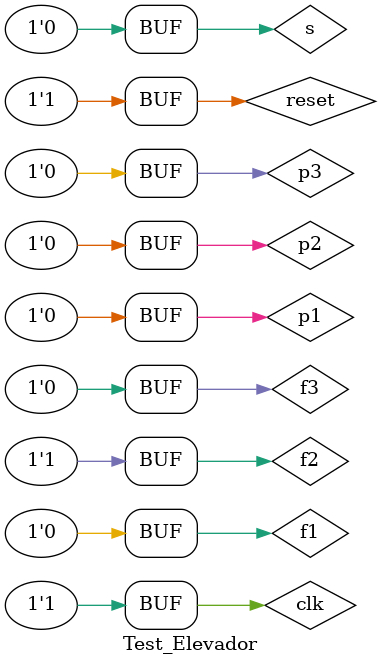
<source format=v>
`timescale 1ns / 1ps


module Test_Elevador;

	// Inputs
	reg p1;
	reg p2;
	reg p3;
	reg f1;
	reg f2;
	reg f3;
	reg s;
	reg reset;
	reg clk;

	// Outputs
	wire [6:0] D_out;
	wire mup;
	wire mdw;
	wire [3:0] E_dis;
	wire [3:0] led;

	// Instantiate the Unit Under Test (UUT)
	Elevador_3pisos uut (
		.D_out(D_out), 
		.mup(mup), 
		.mdw(mdw), 
		.p1(p1), 
		.p2(p2), 
		.p3(p3), 
		.f1(f1), 
		.f2(f2), 
		.f3(f3), 
		.s(s), 
		.reset(reset), 
		.clk(clk), 
		.E_dis(E_dis), 
		.led(led)
	);

	initial begin
		// Initialize Inputs
		s = 0;
		p1 = 0;
		p2 = 0;
		p3 = 0;
		f1 = 1;
		f2 = 0;
		f3 = 0;
		reset = 0;
		#10;
		reset = 1;
		#100;//pulsador 3
		p3 = 1;
		#15;
		p3 = 0;
		f1 = 0;
      #50;
		f2= 1; //pasa por piso 2
		#10;
		f2= 0;
		#50;
		f3= 1;//llega a piso 3
		#100;//pulsador 1
		p1 = 1;
		#15;
		p1 = 0;
		f3 = 0;
		#50;
		f2= 1; //pasa por piso 2
		#10;
		f2= 0;
		#50;
		f1= 1;//llega a piso 1
		#100;//pulsador 2
		p2 = 1;
		#15;
		p2 = 0;
		f1 = 0;
		#100;
		f2= 1;//llega a piso 2
		#100;//pulsador 1
		p1 = 1;
		#15;
		p1 = 0;
		f2 = 0;
		#100;
		f1= 1;//llega a piso 1
		#100;//pulsador 2
		p2 = 1;
		#15;
		p2 = 0;
		f1 = 0;
		#100;
		f2= 1;//llega a piso 2
		#100;//pulsador 3
		p3 = 1;
		#15;
		p3 = 0;
		f2 = 0;
		#100;
		f3= 0;//llega a piso 3
		#100;//pulsador 2
		p2 = 1;
		#15;
		p2 = 0;
		f3 = 0;
		#100;
		f2= 1;//llega a piso 2

	end
      
		
	//simulacion del clock
	   parameter PERIOD = 5;
   always begin
      clk= 1'b0;
      #(PERIOD/2) clk = 1'b1;
      #(PERIOD/2);
   end  
	//fin clock
      
endmodule


</source>
